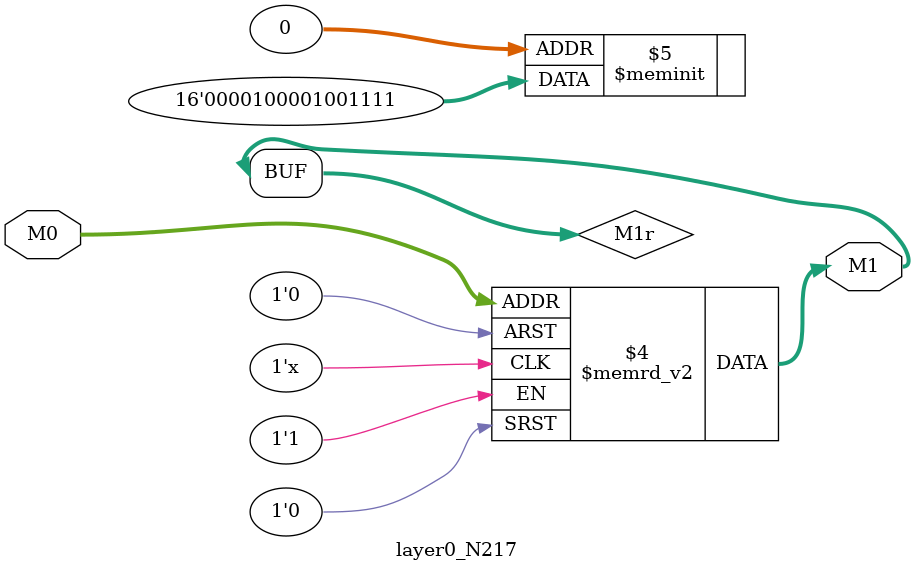
<source format=v>
module layer0_N217 ( input [2:0] M0, output [1:0] M1 );

	(*rom_style = "distributed" *) reg [1:0] M1r;
	assign M1 = M1r;
	always @ (M0) begin
		case (M0)
			3'b000: M1r = 2'b11;
			3'b100: M1r = 2'b00;
			3'b010: M1r = 2'b00;
			3'b110: M1r = 2'b00;
			3'b001: M1r = 2'b11;
			3'b101: M1r = 2'b10;
			3'b011: M1r = 2'b01;
			3'b111: M1r = 2'b00;

		endcase
	end
endmodule

</source>
